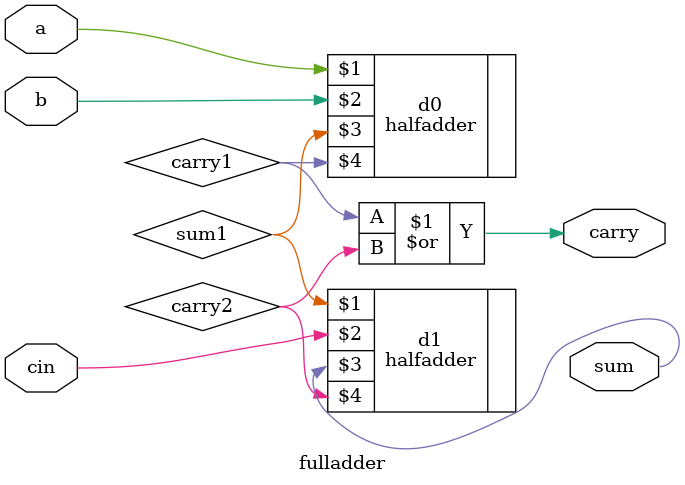
<source format=v>
module fulladder(sum,carry,a,b,cin);
input a,b,cin;
output sum,carry;
wire sum1,sum2,carry1,carry2;
halfadder d0(a,b,sum1,carry1);
halfadder d1(sum1,cin,sum,carry2);
assign carry=carry1|carry2;
endmodule

</source>
